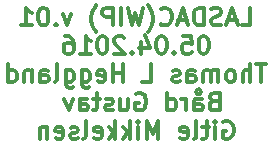
<source format=gbo>
G04 #@! TF.FileFunction,Legend,Bot*
%FSLAX46Y46*%
G04 Gerber Fmt 4.6, Leading zero omitted, Abs format (unit mm)*
G04 Created by KiCad (PCBNEW 4.0.1-stable) date 17/04/2016 20:48:40*
%MOMM*%
G01*
G04 APERTURE LIST*
%ADD10C,0.100000*%
%ADD11C,0.300000*%
G04 APERTURE END LIST*
D10*
D11*
X133253570Y-105078571D02*
X133967856Y-105078571D01*
X133967856Y-103578571D01*
X132824999Y-104650000D02*
X132110713Y-104650000D01*
X132967856Y-105078571D02*
X132467856Y-103578571D01*
X131967856Y-105078571D01*
X131539285Y-105007143D02*
X131324999Y-105078571D01*
X130967856Y-105078571D01*
X130824999Y-105007143D01*
X130753570Y-104935714D01*
X130682142Y-104792857D01*
X130682142Y-104650000D01*
X130753570Y-104507143D01*
X130824999Y-104435714D01*
X130967856Y-104364286D01*
X131253570Y-104292857D01*
X131396428Y-104221429D01*
X131467856Y-104150000D01*
X131539285Y-104007143D01*
X131539285Y-103864286D01*
X131467856Y-103721429D01*
X131396428Y-103650000D01*
X131253570Y-103578571D01*
X130896428Y-103578571D01*
X130682142Y-103650000D01*
X130039285Y-105078571D02*
X130039285Y-103578571D01*
X129682142Y-103578571D01*
X129467857Y-103650000D01*
X129324999Y-103792857D01*
X129253571Y-103935714D01*
X129182142Y-104221429D01*
X129182142Y-104435714D01*
X129253571Y-104721429D01*
X129324999Y-104864286D01*
X129467857Y-105007143D01*
X129682142Y-105078571D01*
X130039285Y-105078571D01*
X128610714Y-104650000D02*
X127896428Y-104650000D01*
X128753571Y-105078571D02*
X128253571Y-103578571D01*
X127753571Y-105078571D01*
X126396428Y-104935714D02*
X126467857Y-105007143D01*
X126682143Y-105078571D01*
X126825000Y-105078571D01*
X127039285Y-105007143D01*
X127182143Y-104864286D01*
X127253571Y-104721429D01*
X127325000Y-104435714D01*
X127325000Y-104221429D01*
X127253571Y-103935714D01*
X127182143Y-103792857D01*
X127039285Y-103650000D01*
X126825000Y-103578571D01*
X126682143Y-103578571D01*
X126467857Y-103650000D01*
X126396428Y-103721429D01*
X125325000Y-105650000D02*
X125396428Y-105578571D01*
X125539285Y-105364286D01*
X125610714Y-105221429D01*
X125682143Y-105007143D01*
X125753571Y-104650000D01*
X125753571Y-104364286D01*
X125682143Y-104007143D01*
X125610714Y-103792857D01*
X125539285Y-103650000D01*
X125396428Y-103435714D01*
X125325000Y-103364286D01*
X124896428Y-103578571D02*
X124539285Y-105078571D01*
X124253571Y-104007143D01*
X123967857Y-105078571D01*
X123610714Y-103578571D01*
X123039285Y-105078571D02*
X123039285Y-103578571D01*
X122324999Y-105078571D02*
X122324999Y-103578571D01*
X121753571Y-103578571D01*
X121610713Y-103650000D01*
X121539285Y-103721429D01*
X121467856Y-103864286D01*
X121467856Y-104078571D01*
X121539285Y-104221429D01*
X121610713Y-104292857D01*
X121753571Y-104364286D01*
X122324999Y-104364286D01*
X120967856Y-105650000D02*
X120896428Y-105578571D01*
X120753571Y-105364286D01*
X120682142Y-105221429D01*
X120610713Y-105007143D01*
X120539285Y-104650000D01*
X120539285Y-104364286D01*
X120610713Y-104007143D01*
X120682142Y-103792857D01*
X120753571Y-103650000D01*
X120896428Y-103435714D01*
X120967856Y-103364286D01*
X118824999Y-104078571D02*
X118467856Y-105078571D01*
X118110714Y-104078571D01*
X117539285Y-104935714D02*
X117467857Y-105007143D01*
X117539285Y-105078571D01*
X117610714Y-105007143D01*
X117539285Y-104935714D01*
X117539285Y-105078571D01*
X116539285Y-103578571D02*
X116396428Y-103578571D01*
X116253571Y-103650000D01*
X116182142Y-103721429D01*
X116110713Y-103864286D01*
X116039285Y-104150000D01*
X116039285Y-104507143D01*
X116110713Y-104792857D01*
X116182142Y-104935714D01*
X116253571Y-105007143D01*
X116396428Y-105078571D01*
X116539285Y-105078571D01*
X116682142Y-105007143D01*
X116753571Y-104935714D01*
X116824999Y-104792857D01*
X116896428Y-104507143D01*
X116896428Y-104150000D01*
X116824999Y-103864286D01*
X116753571Y-103721429D01*
X116682142Y-103650000D01*
X116539285Y-103578571D01*
X114610714Y-105078571D02*
X115467857Y-105078571D01*
X115039285Y-105078571D02*
X115039285Y-103578571D01*
X115182142Y-103792857D01*
X115325000Y-103935714D01*
X115467857Y-104007143D01*
X130110713Y-105978571D02*
X129967856Y-105978571D01*
X129824999Y-106050000D01*
X129753570Y-106121429D01*
X129682141Y-106264286D01*
X129610713Y-106550000D01*
X129610713Y-106907143D01*
X129682141Y-107192857D01*
X129753570Y-107335714D01*
X129824999Y-107407143D01*
X129967856Y-107478571D01*
X130110713Y-107478571D01*
X130253570Y-107407143D01*
X130324999Y-107335714D01*
X130396427Y-107192857D01*
X130467856Y-106907143D01*
X130467856Y-106550000D01*
X130396427Y-106264286D01*
X130324999Y-106121429D01*
X130253570Y-106050000D01*
X130110713Y-105978571D01*
X128253570Y-105978571D02*
X128967856Y-105978571D01*
X129039285Y-106692857D01*
X128967856Y-106621429D01*
X128824999Y-106550000D01*
X128467856Y-106550000D01*
X128324999Y-106621429D01*
X128253570Y-106692857D01*
X128182142Y-106835714D01*
X128182142Y-107192857D01*
X128253570Y-107335714D01*
X128324999Y-107407143D01*
X128467856Y-107478571D01*
X128824999Y-107478571D01*
X128967856Y-107407143D01*
X129039285Y-107335714D01*
X127539285Y-107335714D02*
X127467857Y-107407143D01*
X127539285Y-107478571D01*
X127610714Y-107407143D01*
X127539285Y-107335714D01*
X127539285Y-107478571D01*
X126539285Y-105978571D02*
X126396428Y-105978571D01*
X126253571Y-106050000D01*
X126182142Y-106121429D01*
X126110713Y-106264286D01*
X126039285Y-106550000D01*
X126039285Y-106907143D01*
X126110713Y-107192857D01*
X126182142Y-107335714D01*
X126253571Y-107407143D01*
X126396428Y-107478571D01*
X126539285Y-107478571D01*
X126682142Y-107407143D01*
X126753571Y-107335714D01*
X126824999Y-107192857D01*
X126896428Y-106907143D01*
X126896428Y-106550000D01*
X126824999Y-106264286D01*
X126753571Y-106121429D01*
X126682142Y-106050000D01*
X126539285Y-105978571D01*
X124753571Y-106478571D02*
X124753571Y-107478571D01*
X125110714Y-105907143D02*
X125467857Y-106978571D01*
X124539285Y-106978571D01*
X123967857Y-107335714D02*
X123896429Y-107407143D01*
X123967857Y-107478571D01*
X124039286Y-107407143D01*
X123967857Y-107335714D01*
X123967857Y-107478571D01*
X123325000Y-106121429D02*
X123253571Y-106050000D01*
X123110714Y-105978571D01*
X122753571Y-105978571D01*
X122610714Y-106050000D01*
X122539285Y-106121429D01*
X122467857Y-106264286D01*
X122467857Y-106407143D01*
X122539285Y-106621429D01*
X123396428Y-107478571D01*
X122467857Y-107478571D01*
X121539286Y-105978571D02*
X121396429Y-105978571D01*
X121253572Y-106050000D01*
X121182143Y-106121429D01*
X121110714Y-106264286D01*
X121039286Y-106550000D01*
X121039286Y-106907143D01*
X121110714Y-107192857D01*
X121182143Y-107335714D01*
X121253572Y-107407143D01*
X121396429Y-107478571D01*
X121539286Y-107478571D01*
X121682143Y-107407143D01*
X121753572Y-107335714D01*
X121825000Y-107192857D01*
X121896429Y-106907143D01*
X121896429Y-106550000D01*
X121825000Y-106264286D01*
X121753572Y-106121429D01*
X121682143Y-106050000D01*
X121539286Y-105978571D01*
X119610715Y-107478571D02*
X120467858Y-107478571D01*
X120039286Y-107478571D02*
X120039286Y-105978571D01*
X120182143Y-106192857D01*
X120325001Y-106335714D01*
X120467858Y-106407143D01*
X118325001Y-105978571D02*
X118610715Y-105978571D01*
X118753572Y-106050000D01*
X118825001Y-106121429D01*
X118967858Y-106335714D01*
X119039287Y-106621429D01*
X119039287Y-107192857D01*
X118967858Y-107335714D01*
X118896430Y-107407143D01*
X118753572Y-107478571D01*
X118467858Y-107478571D01*
X118325001Y-107407143D01*
X118253572Y-107335714D01*
X118182144Y-107192857D01*
X118182144Y-106835714D01*
X118253572Y-106692857D01*
X118325001Y-106621429D01*
X118467858Y-106550000D01*
X118753572Y-106550000D01*
X118896430Y-106621429D01*
X118967858Y-106692857D01*
X119039287Y-106835714D01*
X135360715Y-108378571D02*
X134503572Y-108378571D01*
X134932143Y-109878571D02*
X134932143Y-108378571D01*
X134003572Y-109878571D02*
X134003572Y-108378571D01*
X133360715Y-109878571D02*
X133360715Y-109092857D01*
X133432144Y-108950000D01*
X133575001Y-108878571D01*
X133789286Y-108878571D01*
X133932144Y-108950000D01*
X134003572Y-109021429D01*
X132432143Y-109878571D02*
X132575001Y-109807143D01*
X132646429Y-109735714D01*
X132717858Y-109592857D01*
X132717858Y-109164286D01*
X132646429Y-109021429D01*
X132575001Y-108950000D01*
X132432143Y-108878571D01*
X132217858Y-108878571D01*
X132075001Y-108950000D01*
X132003572Y-109021429D01*
X131932143Y-109164286D01*
X131932143Y-109592857D01*
X132003572Y-109735714D01*
X132075001Y-109807143D01*
X132217858Y-109878571D01*
X132432143Y-109878571D01*
X131289286Y-109878571D02*
X131289286Y-108878571D01*
X131289286Y-109021429D02*
X131217858Y-108950000D01*
X131075000Y-108878571D01*
X130860715Y-108878571D01*
X130717858Y-108950000D01*
X130646429Y-109092857D01*
X130646429Y-109878571D01*
X130646429Y-109092857D02*
X130575000Y-108950000D01*
X130432143Y-108878571D01*
X130217858Y-108878571D01*
X130075000Y-108950000D01*
X130003572Y-109092857D01*
X130003572Y-109878571D01*
X128646429Y-109878571D02*
X128646429Y-109092857D01*
X128717858Y-108950000D01*
X128860715Y-108878571D01*
X129146429Y-108878571D01*
X129289286Y-108950000D01*
X128646429Y-109807143D02*
X128789286Y-109878571D01*
X129146429Y-109878571D01*
X129289286Y-109807143D01*
X129360715Y-109664286D01*
X129360715Y-109521429D01*
X129289286Y-109378571D01*
X129146429Y-109307143D01*
X128789286Y-109307143D01*
X128646429Y-109235714D01*
X128003572Y-109807143D02*
X127860715Y-109878571D01*
X127575000Y-109878571D01*
X127432143Y-109807143D01*
X127360715Y-109664286D01*
X127360715Y-109592857D01*
X127432143Y-109450000D01*
X127575000Y-109378571D01*
X127789286Y-109378571D01*
X127932143Y-109307143D01*
X128003572Y-109164286D01*
X128003572Y-109092857D01*
X127932143Y-108950000D01*
X127789286Y-108878571D01*
X127575000Y-108878571D01*
X127432143Y-108950000D01*
X124860714Y-109878571D02*
X125575000Y-109878571D01*
X125575000Y-108378571D01*
X123217857Y-109878571D02*
X123217857Y-108378571D01*
X123217857Y-109092857D02*
X122360714Y-109092857D01*
X122360714Y-109878571D02*
X122360714Y-108378571D01*
X121075000Y-109807143D02*
X121217857Y-109878571D01*
X121503571Y-109878571D01*
X121646428Y-109807143D01*
X121717857Y-109664286D01*
X121717857Y-109092857D01*
X121646428Y-108950000D01*
X121503571Y-108878571D01*
X121217857Y-108878571D01*
X121075000Y-108950000D01*
X121003571Y-109092857D01*
X121003571Y-109235714D01*
X121717857Y-109378571D01*
X119717857Y-108878571D02*
X119717857Y-110092857D01*
X119789286Y-110235714D01*
X119860714Y-110307143D01*
X120003571Y-110378571D01*
X120217857Y-110378571D01*
X120360714Y-110307143D01*
X119717857Y-109807143D02*
X119860714Y-109878571D01*
X120146428Y-109878571D01*
X120289286Y-109807143D01*
X120360714Y-109735714D01*
X120432143Y-109592857D01*
X120432143Y-109164286D01*
X120360714Y-109021429D01*
X120289286Y-108950000D01*
X120146428Y-108878571D01*
X119860714Y-108878571D01*
X119717857Y-108950000D01*
X118360714Y-108878571D02*
X118360714Y-110092857D01*
X118432143Y-110235714D01*
X118503571Y-110307143D01*
X118646428Y-110378571D01*
X118860714Y-110378571D01*
X119003571Y-110307143D01*
X118360714Y-109807143D02*
X118503571Y-109878571D01*
X118789285Y-109878571D01*
X118932143Y-109807143D01*
X119003571Y-109735714D01*
X119075000Y-109592857D01*
X119075000Y-109164286D01*
X119003571Y-109021429D01*
X118932143Y-108950000D01*
X118789285Y-108878571D01*
X118503571Y-108878571D01*
X118360714Y-108950000D01*
X117432142Y-109878571D02*
X117575000Y-109807143D01*
X117646428Y-109664286D01*
X117646428Y-108378571D01*
X116217857Y-109878571D02*
X116217857Y-109092857D01*
X116289286Y-108950000D01*
X116432143Y-108878571D01*
X116717857Y-108878571D01*
X116860714Y-108950000D01*
X116217857Y-109807143D02*
X116360714Y-109878571D01*
X116717857Y-109878571D01*
X116860714Y-109807143D01*
X116932143Y-109664286D01*
X116932143Y-109521429D01*
X116860714Y-109378571D01*
X116717857Y-109307143D01*
X116360714Y-109307143D01*
X116217857Y-109235714D01*
X115503571Y-108878571D02*
X115503571Y-109878571D01*
X115503571Y-109021429D02*
X115432143Y-108950000D01*
X115289285Y-108878571D01*
X115075000Y-108878571D01*
X114932143Y-108950000D01*
X114860714Y-109092857D01*
X114860714Y-109878571D01*
X113503571Y-109878571D02*
X113503571Y-108378571D01*
X113503571Y-109807143D02*
X113646428Y-109878571D01*
X113932142Y-109878571D01*
X114075000Y-109807143D01*
X114146428Y-109735714D01*
X114217857Y-109592857D01*
X114217857Y-109164286D01*
X114146428Y-109021429D01*
X114075000Y-108950000D01*
X113932142Y-108878571D01*
X113646428Y-108878571D01*
X113503571Y-108950000D01*
X130896428Y-111492857D02*
X130682142Y-111564286D01*
X130610714Y-111635714D01*
X130539285Y-111778571D01*
X130539285Y-111992857D01*
X130610714Y-112135714D01*
X130682142Y-112207143D01*
X130825000Y-112278571D01*
X131396428Y-112278571D01*
X131396428Y-110778571D01*
X130896428Y-110778571D01*
X130753571Y-110850000D01*
X130682142Y-110921429D01*
X130610714Y-111064286D01*
X130610714Y-111207143D01*
X130682142Y-111350000D01*
X130753571Y-111421429D01*
X130896428Y-111492857D01*
X131396428Y-111492857D01*
X129253571Y-112278571D02*
X129253571Y-111492857D01*
X129325000Y-111350000D01*
X129467857Y-111278571D01*
X129753571Y-111278571D01*
X129896428Y-111350000D01*
X129253571Y-112207143D02*
X129396428Y-112278571D01*
X129753571Y-112278571D01*
X129896428Y-112207143D01*
X129967857Y-112064286D01*
X129967857Y-111921429D01*
X129896428Y-111778571D01*
X129753571Y-111707143D01*
X129396428Y-111707143D01*
X129253571Y-111635714D01*
X129610714Y-110921429D02*
X129753571Y-110850000D01*
X129825000Y-110707143D01*
X129753571Y-110564286D01*
X129610714Y-110492857D01*
X129467857Y-110564286D01*
X129396428Y-110707143D01*
X129467857Y-110850000D01*
X129610714Y-110921429D01*
X128539285Y-112278571D02*
X128539285Y-111278571D01*
X128539285Y-111564286D02*
X128467857Y-111421429D01*
X128396428Y-111350000D01*
X128253571Y-111278571D01*
X128110714Y-111278571D01*
X126967857Y-112278571D02*
X126967857Y-110778571D01*
X126967857Y-112207143D02*
X127110714Y-112278571D01*
X127396428Y-112278571D01*
X127539286Y-112207143D01*
X127610714Y-112135714D01*
X127682143Y-111992857D01*
X127682143Y-111564286D01*
X127610714Y-111421429D01*
X127539286Y-111350000D01*
X127396428Y-111278571D01*
X127110714Y-111278571D01*
X126967857Y-111350000D01*
X124325000Y-110850000D02*
X124467857Y-110778571D01*
X124682143Y-110778571D01*
X124896428Y-110850000D01*
X125039286Y-110992857D01*
X125110714Y-111135714D01*
X125182143Y-111421429D01*
X125182143Y-111635714D01*
X125110714Y-111921429D01*
X125039286Y-112064286D01*
X124896428Y-112207143D01*
X124682143Y-112278571D01*
X124539286Y-112278571D01*
X124325000Y-112207143D01*
X124253571Y-112135714D01*
X124253571Y-111635714D01*
X124539286Y-111635714D01*
X122967857Y-111278571D02*
X122967857Y-112278571D01*
X123610714Y-111278571D02*
X123610714Y-112064286D01*
X123539286Y-112207143D01*
X123396428Y-112278571D01*
X123182143Y-112278571D01*
X123039286Y-112207143D01*
X122967857Y-112135714D01*
X122325000Y-112207143D02*
X122182143Y-112278571D01*
X121896428Y-112278571D01*
X121753571Y-112207143D01*
X121682143Y-112064286D01*
X121682143Y-111992857D01*
X121753571Y-111850000D01*
X121896428Y-111778571D01*
X122110714Y-111778571D01*
X122253571Y-111707143D01*
X122325000Y-111564286D01*
X122325000Y-111492857D01*
X122253571Y-111350000D01*
X122110714Y-111278571D01*
X121896428Y-111278571D01*
X121753571Y-111350000D01*
X121253571Y-111278571D02*
X120682142Y-111278571D01*
X121039285Y-110778571D02*
X121039285Y-112064286D01*
X120967857Y-112207143D01*
X120824999Y-112278571D01*
X120682142Y-112278571D01*
X119539285Y-112278571D02*
X119539285Y-111492857D01*
X119610714Y-111350000D01*
X119753571Y-111278571D01*
X120039285Y-111278571D01*
X120182142Y-111350000D01*
X119539285Y-112207143D02*
X119682142Y-112278571D01*
X120039285Y-112278571D01*
X120182142Y-112207143D01*
X120253571Y-112064286D01*
X120253571Y-111921429D01*
X120182142Y-111778571D01*
X120039285Y-111707143D01*
X119682142Y-111707143D01*
X119539285Y-111635714D01*
X118967856Y-111278571D02*
X118610713Y-112278571D01*
X118253571Y-111278571D01*
X131717857Y-113250000D02*
X131860714Y-113178571D01*
X132075000Y-113178571D01*
X132289285Y-113250000D01*
X132432143Y-113392857D01*
X132503571Y-113535714D01*
X132575000Y-113821429D01*
X132575000Y-114035714D01*
X132503571Y-114321429D01*
X132432143Y-114464286D01*
X132289285Y-114607143D01*
X132075000Y-114678571D01*
X131932143Y-114678571D01*
X131717857Y-114607143D01*
X131646428Y-114535714D01*
X131646428Y-114035714D01*
X131932143Y-114035714D01*
X131003571Y-114678571D02*
X131003571Y-113678571D01*
X131003571Y-113178571D02*
X131075000Y-113250000D01*
X131003571Y-113321429D01*
X130932143Y-113250000D01*
X131003571Y-113178571D01*
X131003571Y-113321429D01*
X130503571Y-113678571D02*
X129932142Y-113678571D01*
X130289285Y-113178571D02*
X130289285Y-114464286D01*
X130217857Y-114607143D01*
X130074999Y-114678571D01*
X129932142Y-114678571D01*
X129217856Y-114678571D02*
X129360714Y-114607143D01*
X129432142Y-114464286D01*
X129432142Y-113178571D01*
X128075000Y-114607143D02*
X128217857Y-114678571D01*
X128503571Y-114678571D01*
X128646428Y-114607143D01*
X128717857Y-114464286D01*
X128717857Y-113892857D01*
X128646428Y-113750000D01*
X128503571Y-113678571D01*
X128217857Y-113678571D01*
X128075000Y-113750000D01*
X128003571Y-113892857D01*
X128003571Y-114035714D01*
X128717857Y-114178571D01*
X126217857Y-114678571D02*
X126217857Y-113178571D01*
X125717857Y-114250000D01*
X125217857Y-113178571D01*
X125217857Y-114678571D01*
X124503571Y-114678571D02*
X124503571Y-113678571D01*
X124503571Y-113178571D02*
X124575000Y-113250000D01*
X124503571Y-113321429D01*
X124432143Y-113250000D01*
X124503571Y-113178571D01*
X124503571Y-113321429D01*
X123789285Y-114678571D02*
X123789285Y-113178571D01*
X123646428Y-114107143D02*
X123217857Y-114678571D01*
X123217857Y-113678571D02*
X123789285Y-114250000D01*
X122574999Y-114678571D02*
X122574999Y-113178571D01*
X122432142Y-114107143D02*
X122003571Y-114678571D01*
X122003571Y-113678571D02*
X122574999Y-114250000D01*
X120789285Y-114607143D02*
X120932142Y-114678571D01*
X121217856Y-114678571D01*
X121360713Y-114607143D01*
X121432142Y-114464286D01*
X121432142Y-113892857D01*
X121360713Y-113750000D01*
X121217856Y-113678571D01*
X120932142Y-113678571D01*
X120789285Y-113750000D01*
X120717856Y-113892857D01*
X120717856Y-114035714D01*
X121432142Y-114178571D01*
X119860713Y-114678571D02*
X120003571Y-114607143D01*
X120074999Y-114464286D01*
X120074999Y-113178571D01*
X119360714Y-114607143D02*
X119217857Y-114678571D01*
X118932142Y-114678571D01*
X118789285Y-114607143D01*
X118717857Y-114464286D01*
X118717857Y-114392857D01*
X118789285Y-114250000D01*
X118932142Y-114178571D01*
X119146428Y-114178571D01*
X119289285Y-114107143D01*
X119360714Y-113964286D01*
X119360714Y-113892857D01*
X119289285Y-113750000D01*
X119146428Y-113678571D01*
X118932142Y-113678571D01*
X118789285Y-113750000D01*
X117503571Y-114607143D02*
X117646428Y-114678571D01*
X117932142Y-114678571D01*
X118074999Y-114607143D01*
X118146428Y-114464286D01*
X118146428Y-113892857D01*
X118074999Y-113750000D01*
X117932142Y-113678571D01*
X117646428Y-113678571D01*
X117503571Y-113750000D01*
X117432142Y-113892857D01*
X117432142Y-114035714D01*
X118146428Y-114178571D01*
X116789285Y-113678571D02*
X116789285Y-114678571D01*
X116789285Y-113821429D02*
X116717857Y-113750000D01*
X116574999Y-113678571D01*
X116360714Y-113678571D01*
X116217857Y-113750000D01*
X116146428Y-113892857D01*
X116146428Y-114678571D01*
M02*

</source>
